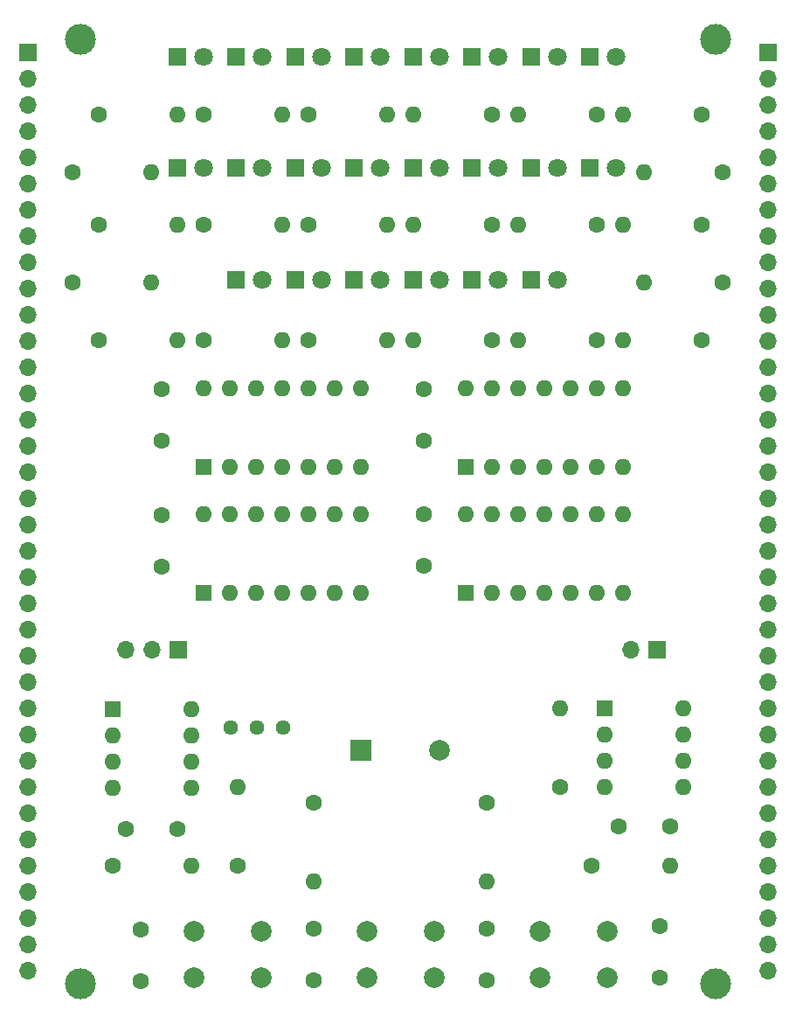
<source format=gbs>
G04 #@! TF.GenerationSoftware,KiCad,Pcbnew,8.0.9-8.0.9-0~ubuntu22.04.1*
G04 #@! TF.CreationDate,2025-06-29T10:32:47+10:00*
G04 #@! TF.ProjectId,UE1-TTL-Clock,5545312d-5454-44c2-9d43-6c6f636b2e6b,rev?*
G04 #@! TF.SameCoordinates,Original*
G04 #@! TF.FileFunction,Soldermask,Bot*
G04 #@! TF.FilePolarity,Negative*
%FSLAX46Y46*%
G04 Gerber Fmt 4.6, Leading zero omitted, Abs format (unit mm)*
G04 Created by KiCad (PCBNEW 8.0.9-8.0.9-0~ubuntu22.04.1) date 2025-06-29 10:32:47*
%MOMM*%
%LPD*%
G01*
G04 APERTURE LIST*
%ADD10C,1.600000*%
%ADD11R,1.800000X1.800000*%
%ADD12C,1.800000*%
%ADD13C,2.000000*%
%ADD14R,2.000000X2.000000*%
%ADD15R,1.600000X1.600000*%
%ADD16O,1.600000X1.600000*%
%ADD17C,3.000000*%
%ADD18R,1.700000X1.700000*%
%ADD19O,1.700000X1.700000*%
%ADD20C,1.440000*%
G04 APERTURE END LIST*
D10*
X103124000Y-85932000D03*
X103124000Y-90932000D03*
D11*
X116078000Y-75311000D03*
D12*
X118618000Y-75311000D03*
D10*
X134620000Y-143176000D03*
X134620000Y-138176000D03*
D13*
X106276000Y-138375000D03*
X112776000Y-138375000D03*
X106276000Y-142875000D03*
X112776000Y-142875000D03*
X139804000Y-138375000D03*
X146304000Y-138375000D03*
X139804000Y-142875000D03*
X146304000Y-142875000D03*
D10*
X128524000Y-98044000D03*
X128524000Y-103044000D03*
D14*
X122490000Y-120904000D03*
D13*
X130090000Y-120904000D03*
D15*
X107188000Y-93472000D03*
D16*
X109728000Y-93472000D03*
X112268000Y-93472000D03*
X114808000Y-93472000D03*
X117348000Y-93472000D03*
X119888000Y-93472000D03*
X122428000Y-93472000D03*
X122428000Y-85852000D03*
X119888000Y-85852000D03*
X117348000Y-85852000D03*
X114808000Y-85852000D03*
X112268000Y-85852000D03*
X109728000Y-85852000D03*
X107188000Y-85852000D03*
D17*
X156845000Y-52070000D03*
D10*
X107188000Y-59309000D03*
D16*
X114808000Y-59309000D03*
D10*
X110490000Y-132080000D03*
D16*
X110490000Y-124460000D03*
D18*
X90170000Y-53340000D03*
D19*
X90170000Y-55880000D03*
X90170000Y-58420000D03*
X90170000Y-60960000D03*
X90170000Y-63500000D03*
X90170000Y-66040000D03*
X90170000Y-68580000D03*
X90170000Y-71120000D03*
X90170000Y-73660000D03*
X90170000Y-76200000D03*
X90170000Y-78740000D03*
X90170000Y-81280000D03*
X90170000Y-83820000D03*
X90170000Y-86360000D03*
X90170000Y-88900000D03*
X90170000Y-91440000D03*
X90170000Y-93980000D03*
X90170000Y-96520000D03*
X90170000Y-99060000D03*
X90170000Y-101600000D03*
X90170000Y-104140000D03*
X90170000Y-106680000D03*
X90170000Y-109220000D03*
X90170000Y-111760000D03*
X90170000Y-114300000D03*
X90170000Y-116840000D03*
X90170000Y-119380000D03*
X90170000Y-121920000D03*
X90170000Y-124460000D03*
X90170000Y-127000000D03*
X90170000Y-129540000D03*
X90170000Y-132080000D03*
X90170000Y-134620000D03*
X90170000Y-137160000D03*
X90170000Y-139700000D03*
X90170000Y-142240000D03*
D10*
X145288000Y-81153000D03*
D16*
X137668000Y-81153000D03*
D15*
X132583000Y-105664000D03*
D16*
X135123000Y-105664000D03*
X137663000Y-105664000D03*
X140203000Y-105664000D03*
X142743000Y-105664000D03*
X145283000Y-105664000D03*
X147823000Y-105664000D03*
X147823000Y-98044000D03*
X145283000Y-98044000D03*
X142743000Y-98044000D03*
X140203000Y-98044000D03*
X137663000Y-98044000D03*
X135123000Y-98044000D03*
X132583000Y-98044000D03*
D15*
X98425000Y-116850000D03*
D16*
X98425000Y-119390000D03*
X98425000Y-121930000D03*
X98425000Y-124470000D03*
X106045000Y-124470000D03*
X106045000Y-121930000D03*
X106045000Y-119390000D03*
X106045000Y-116850000D03*
D10*
X151384000Y-137875000D03*
X151384000Y-142875000D03*
D15*
X107188000Y-105664000D03*
D16*
X109728000Y-105664000D03*
X112268000Y-105664000D03*
X114808000Y-105664000D03*
X117348000Y-105664000D03*
X119888000Y-105664000D03*
X122428000Y-105664000D03*
X122428000Y-98044000D03*
X119888000Y-98044000D03*
X117348000Y-98044000D03*
X114808000Y-98044000D03*
X112268000Y-98044000D03*
X109728000Y-98044000D03*
X107188000Y-98044000D03*
D17*
X95250000Y-143510000D03*
D10*
X155448000Y-59309000D03*
D16*
X147828000Y-59309000D03*
D10*
X135128000Y-69977000D03*
D16*
X127508000Y-69977000D03*
D10*
X155448000Y-69977000D03*
D16*
X147828000Y-69977000D03*
D11*
X116078000Y-64516000D03*
D12*
X118618000Y-64516000D03*
D10*
X155448000Y-81153000D03*
D16*
X147828000Y-81153000D03*
D18*
X104775000Y-111125000D03*
D19*
X102235000Y-111125000D03*
X99695000Y-111125000D03*
D11*
X138938000Y-75311000D03*
D12*
X141478000Y-75311000D03*
D10*
X117348000Y-69977000D03*
D16*
X124968000Y-69977000D03*
D11*
X121793000Y-75311000D03*
D12*
X124333000Y-75311000D03*
D10*
X117348000Y-81153000D03*
D16*
X124968000Y-81153000D03*
D15*
X146050000Y-116840000D03*
D16*
X146050000Y-119380000D03*
X146050000Y-121920000D03*
X146050000Y-124460000D03*
X153670000Y-124460000D03*
X153670000Y-121920000D03*
X153670000Y-119380000D03*
X153670000Y-116840000D03*
D11*
X138938000Y-64516000D03*
D12*
X141478000Y-64516000D03*
D11*
X110363000Y-64516000D03*
D12*
X112903000Y-64516000D03*
D10*
X145288000Y-59309000D03*
D16*
X137668000Y-59309000D03*
D10*
X144780000Y-132080000D03*
D16*
X152400000Y-132080000D03*
D11*
X121793000Y-64516000D03*
D12*
X124333000Y-64516000D03*
D10*
X117856000Y-143176000D03*
X117856000Y-138176000D03*
X97028000Y-81153000D03*
D16*
X104648000Y-81153000D03*
D10*
X94488000Y-64897000D03*
D16*
X102108000Y-64897000D03*
D11*
X110363000Y-53721000D03*
D12*
X112903000Y-53721000D03*
D11*
X133223000Y-64516000D03*
D12*
X135763000Y-64516000D03*
D11*
X127508000Y-75311000D03*
D12*
X130048000Y-75311000D03*
D10*
X107188000Y-81153000D03*
D16*
X114808000Y-81153000D03*
D10*
X104695000Y-128524000D03*
X99695000Y-128524000D03*
D11*
X144653000Y-64516000D03*
D12*
X147193000Y-64516000D03*
D11*
X133223000Y-53721000D03*
D12*
X135763000Y-53721000D03*
D11*
X127508000Y-64516000D03*
D12*
X130048000Y-64516000D03*
D11*
X104648000Y-53721000D03*
D12*
X107188000Y-53721000D03*
D10*
X97028000Y-59309000D03*
D16*
X104648000Y-59309000D03*
D11*
X121793000Y-53721000D03*
D12*
X124333000Y-53721000D03*
D11*
X104648000Y-64516000D03*
D12*
X107188000Y-64516000D03*
D10*
X134620000Y-125984000D03*
D16*
X134620000Y-133604000D03*
D11*
X138938000Y-53721000D03*
D12*
X141478000Y-53721000D03*
D10*
X101092000Y-138256000D03*
X101092000Y-143256000D03*
D11*
X116078000Y-53721000D03*
D12*
X118618000Y-53721000D03*
D15*
X132588000Y-93472000D03*
D16*
X135128000Y-93472000D03*
X137668000Y-93472000D03*
X140208000Y-93472000D03*
X142748000Y-93472000D03*
X145288000Y-93472000D03*
X147828000Y-93472000D03*
X147828000Y-85852000D03*
X145288000Y-85852000D03*
X142748000Y-85852000D03*
X140208000Y-85852000D03*
X137668000Y-85852000D03*
X135128000Y-85852000D03*
X132588000Y-85852000D03*
D10*
X94488000Y-75565000D03*
D16*
X102108000Y-75565000D03*
D17*
X95250000Y-52070000D03*
D10*
X145288000Y-69977000D03*
D16*
X137668000Y-69977000D03*
D11*
X144653000Y-53721000D03*
D12*
X147193000Y-53721000D03*
D10*
X157480000Y-64897000D03*
D16*
X149860000Y-64897000D03*
D13*
X123040000Y-138375000D03*
X129540000Y-138375000D03*
X123040000Y-142875000D03*
X129540000Y-142875000D03*
D10*
X157480000Y-75565000D03*
D16*
X149860000Y-75565000D03*
D17*
X156845000Y-143510000D03*
D11*
X110363000Y-75311000D03*
D12*
X112903000Y-75311000D03*
D18*
X161925000Y-53340000D03*
D19*
X161925000Y-55880000D03*
X161925000Y-58420000D03*
X161925000Y-60960000D03*
X161925000Y-63500000D03*
X161925000Y-66040000D03*
X161925000Y-68580000D03*
X161925000Y-71120000D03*
X161925000Y-73660000D03*
X161925000Y-76200000D03*
X161925000Y-78740000D03*
X161925000Y-81280000D03*
X161925000Y-83820000D03*
X161925000Y-86360000D03*
X161925000Y-88900000D03*
X161925000Y-91440000D03*
X161925000Y-93980000D03*
X161925000Y-96520000D03*
X161925000Y-99060000D03*
X161925000Y-101600000D03*
X161925000Y-104140000D03*
X161925000Y-106680000D03*
X161925000Y-109220000D03*
X161925000Y-111760000D03*
X161925000Y-114300000D03*
X161925000Y-116840000D03*
X161925000Y-119380000D03*
X161925000Y-121920000D03*
X161925000Y-124460000D03*
X161925000Y-127000000D03*
X161925000Y-129540000D03*
X161925000Y-132080000D03*
X161925000Y-134620000D03*
X161925000Y-137160000D03*
X161925000Y-139700000D03*
X161925000Y-142240000D03*
D10*
X135128000Y-59309000D03*
D16*
X127508000Y-59309000D03*
D10*
X117856000Y-125984000D03*
D16*
X117856000Y-133604000D03*
D10*
X141732000Y-124460000D03*
D16*
X141732000Y-116840000D03*
D10*
X97028000Y-69977000D03*
D16*
X104648000Y-69977000D03*
D10*
X152400000Y-128270000D03*
X147400000Y-128270000D03*
D11*
X127508000Y-53721000D03*
D12*
X130048000Y-53721000D03*
D11*
X133223000Y-75311000D03*
D12*
X135763000Y-75311000D03*
D10*
X117348000Y-59309000D03*
D16*
X124968000Y-59309000D03*
D10*
X103124000Y-98124000D03*
X103124000Y-103124000D03*
X128524000Y-85932000D03*
X128524000Y-90932000D03*
D20*
X114920000Y-118670000D03*
X112380000Y-118670000D03*
X109840000Y-118670000D03*
D10*
X107188000Y-69977000D03*
D16*
X114808000Y-69977000D03*
D18*
X151130000Y-111125000D03*
D19*
X148590000Y-111125000D03*
D10*
X135128000Y-81153000D03*
D16*
X127508000Y-81153000D03*
D10*
X98425000Y-132080000D03*
D16*
X106045000Y-132080000D03*
M02*

</source>
